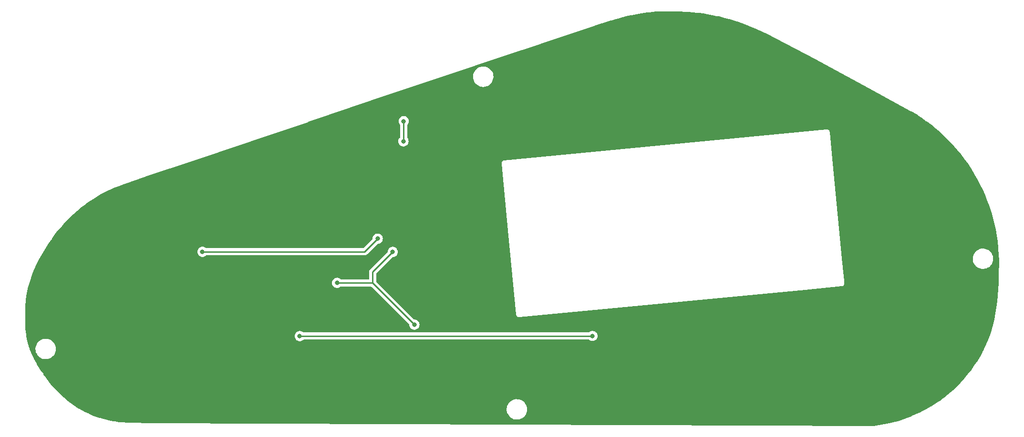
<source format=gbr>
%TF.GenerationSoftware,KiCad,Pcbnew,(6.0.1)*%
%TF.CreationDate,2022-02-21T20:45:34-05:00*%
%TF.ProjectId,uv_back,75765f62-6163-46b2-9e6b-696361645f70,rev?*%
%TF.SameCoordinates,Original*%
%TF.FileFunction,Copper,L1,Top*%
%TF.FilePolarity,Positive*%
%FSLAX46Y46*%
G04 Gerber Fmt 4.6, Leading zero omitted, Abs format (unit mm)*
G04 Created by KiCad (PCBNEW (6.0.1)) date 2022-02-21 20:45:34*
%MOMM*%
%LPD*%
G01*
G04 APERTURE LIST*
%TA.AperFunction,ViaPad*%
%ADD10C,0.800000*%
%TD*%
%TA.AperFunction,Conductor*%
%ADD11C,0.250000*%
%TD*%
G04 APERTURE END LIST*
D10*
%TO.N,GND*%
X122325000Y-103725000D03*
X114525000Y-111250000D03*
X104775000Y-97000000D03*
X77250000Y-111750000D03*
X76600000Y-99500000D03*
X111250000Y-116825000D03*
X189750000Y-123475000D03*
X90180000Y-103405000D03*
X95475000Y-93950000D03*
X73750000Y-117250000D03*
%TO.N,+9V*%
X112625000Y-97250000D03*
X117200000Y-79925000D03*
X117250000Y-76350000D03*
X81525000Y-99575000D03*
%TO.N,/VMID*%
X119150000Y-112525000D03*
X105425000Y-105100000D03*
X115300000Y-99600000D03*
%TO.N,Net-(J5-Pad2)*%
X98800000Y-114575000D03*
X150750000Y-114550000D03*
%TD*%
D11*
%TO.N,Net-(J5-Pad2)*%
X98825000Y-114550000D02*
X98800000Y-114575000D01*
X150750000Y-114550000D02*
X98825000Y-114550000D01*
%TO.N,+9V*%
X117250000Y-79875000D02*
X117200000Y-79925000D01*
X117250000Y-76350000D02*
X117250000Y-79875000D01*
%TO.N,/VMID*%
X111750000Y-103150000D02*
X115300000Y-99600000D01*
X111750000Y-105125000D02*
X119150000Y-112525000D01*
X111750000Y-105125000D02*
X111750000Y-103150000D01*
X111725000Y-105100000D02*
X111750000Y-105125000D01*
X105425000Y-105100000D02*
X111725000Y-105100000D01*
%TO.N,+9V*%
X110300000Y-99575000D02*
X112625000Y-97250000D01*
X81525000Y-99575000D02*
X110300000Y-99575000D01*
%TD*%
%TA.AperFunction,Conductor*%
%TO.N,GND*%
G36*
X164292012Y-56790711D02*
G01*
X165146000Y-56805709D01*
X165205540Y-56806755D01*
X165226766Y-56808935D01*
X165237069Y-56810886D01*
X165237071Y-56810886D01*
X165245886Y-56812555D01*
X165252146Y-56811943D01*
X165258353Y-56812963D01*
X165285485Y-56809644D01*
X165303730Y-56808748D01*
X166398920Y-56834499D01*
X166402717Y-56834647D01*
X167149786Y-56874916D01*
X167533699Y-56895611D01*
X167537513Y-56895874D01*
X167751387Y-56913924D01*
X168666209Y-56991131D01*
X168669969Y-56991507D01*
X169173638Y-57049450D01*
X169795167Y-57120952D01*
X169798958Y-57121446D01*
X170919733Y-57284973D01*
X170923508Y-57285582D01*
X171136661Y-57323319D01*
X172038861Y-57483046D01*
X172042556Y-57483758D01*
X172792658Y-57640165D01*
X173151362Y-57714960D01*
X173155092Y-57715797D01*
X174256365Y-57980531D01*
X174260068Y-57981481D01*
X175352793Y-58279502D01*
X175356466Y-58280564D01*
X176396743Y-58598488D01*
X176416551Y-58606431D01*
X176433916Y-58615170D01*
X176442743Y-58616792D01*
X176442745Y-58616793D01*
X176460034Y-58619971D01*
X176477862Y-58624617D01*
X177604740Y-59008234D01*
X177613612Y-59011632D01*
X179841992Y-59963075D01*
X179846030Y-59964884D01*
X181881359Y-60919730D01*
X181886070Y-60922061D01*
X183302206Y-61659987D01*
X190302231Y-65307590D01*
X190304074Y-65308572D01*
X199778196Y-70460917D01*
X207341166Y-74573914D01*
X207360630Y-74586982D01*
X207371269Y-74595664D01*
X207379541Y-74599161D01*
X207396026Y-74606130D01*
X207412481Y-74614559D01*
X208288070Y-75147593D01*
X208291627Y-75149841D01*
X208736231Y-75441500D01*
X209179440Y-75732245D01*
X209182954Y-75734636D01*
X210050623Y-76346659D01*
X210054031Y-76349150D01*
X210337133Y-76563497D01*
X210900574Y-76990101D01*
X210903919Y-76992724D01*
X211728323Y-77661834D01*
X211731578Y-77664568D01*
X212532949Y-78361108D01*
X212536110Y-78363950D01*
X213313565Y-79087158D01*
X213316580Y-79090058D01*
X213621754Y-79393774D01*
X214069195Y-79839077D01*
X214072156Y-79842126D01*
X214799059Y-80616081D01*
X214801913Y-80619223D01*
X214989970Y-80833500D01*
X215473001Y-81383878D01*
X215485784Y-81401239D01*
X215495683Y-81417422D01*
X215495817Y-81417544D01*
X215495914Y-81417702D01*
X215502445Y-81423624D01*
X215502445Y-81423625D01*
X215515793Y-81435730D01*
X215528555Y-81449140D01*
X216177017Y-82239429D01*
X216179681Y-82242790D01*
X216823173Y-83083841D01*
X216825721Y-83087291D01*
X217440216Y-83949756D01*
X217442645Y-83953291D01*
X218027433Y-84836177D01*
X218029740Y-84839793D01*
X218584125Y-85742044D01*
X218586308Y-85745736D01*
X219109672Y-86666346D01*
X219111728Y-86670110D01*
X219603466Y-87608019D01*
X219605392Y-87611851D01*
X220064907Y-88565918D01*
X220066702Y-88569813D01*
X220493481Y-89538969D01*
X220495143Y-89542923D01*
X220888699Y-90526067D01*
X220890225Y-90530076D01*
X221250099Y-91526064D01*
X221251487Y-91530122D01*
X221577231Y-92537711D01*
X221578481Y-92541813D01*
X221869763Y-93559970D01*
X221870872Y-93564114D01*
X222127322Y-94591557D01*
X222128290Y-94595735D01*
X222349627Y-95631327D01*
X222350452Y-95635536D01*
X222536415Y-96678063D01*
X222537096Y-96682297D01*
X222687467Y-97730535D01*
X222688004Y-97734791D01*
X222709132Y-97928866D01*
X222796479Y-98731206D01*
X222802615Y-98787571D01*
X222803004Y-98791815D01*
X222836492Y-99241118D01*
X222881716Y-99847875D01*
X222881962Y-99852156D01*
X222898856Y-100270557D01*
X222924092Y-100895536D01*
X222924687Y-100910275D01*
X222924786Y-100914537D01*
X222926356Y-101163089D01*
X222931473Y-101973491D01*
X222931428Y-101977780D01*
X222903298Y-102992034D01*
X222900854Y-103013474D01*
X222898886Y-103023221D01*
X222898886Y-103023227D01*
X222897109Y-103032027D01*
X222897874Y-103040974D01*
X222897493Y-103047657D01*
X222897519Y-103054361D01*
X222896281Y-103063253D01*
X222897588Y-103072132D01*
X222897588Y-103072135D01*
X222900321Y-103090699D01*
X222901665Y-103108731D01*
X222902549Y-103464594D01*
X222904220Y-104136883D01*
X222904181Y-104140305D01*
X222877953Y-105197989D01*
X222877762Y-105205673D01*
X222877631Y-105209083D01*
X222822162Y-106273344D01*
X222821937Y-106276774D01*
X222737456Y-107339184D01*
X222737136Y-107342606D01*
X222623719Y-108402216D01*
X222623307Y-108405628D01*
X222481025Y-109461793D01*
X222480520Y-109465193D01*
X222309480Y-110517107D01*
X222308882Y-110520491D01*
X222109222Y-111567312D01*
X222108532Y-111570680D01*
X221880384Y-112611700D01*
X221879602Y-112615046D01*
X221638573Y-113587236D01*
X221635269Y-113598347D01*
X221633535Y-113603327D01*
X221629413Y-113611297D01*
X221627693Y-113620106D01*
X221625045Y-113627712D01*
X221622905Y-113635480D01*
X221619318Y-113643707D01*
X221618184Y-113652610D01*
X221615800Y-113661263D01*
X221615654Y-113661223D01*
X221612415Y-113674778D01*
X221303184Y-114542153D01*
X221301430Y-114546783D01*
X220937182Y-115454099D01*
X220935248Y-115458656D01*
X220535633Y-116350973D01*
X220533521Y-116355451D01*
X220456270Y-116511235D01*
X220179318Y-117069735D01*
X220099162Y-117231376D01*
X220096878Y-117235762D01*
X219882085Y-117629271D01*
X219628446Y-118093944D01*
X219625989Y-118098243D01*
X219124194Y-118937376D01*
X219121570Y-118941574D01*
X218587207Y-119760332D01*
X218584420Y-119764424D01*
X218018307Y-120561553D01*
X218015362Y-120565532D01*
X217418363Y-121339817D01*
X217415263Y-121343678D01*
X216788313Y-122093906D01*
X216785064Y-122097642D01*
X216382576Y-122542518D01*
X216129121Y-122822665D01*
X216125740Y-122826257D01*
X215441810Y-123524963D01*
X215438310Y-123528402D01*
X215306838Y-123652558D01*
X214727442Y-124199715D01*
X214723777Y-124203042D01*
X213987127Y-124845876D01*
X213983333Y-124849058D01*
X213790821Y-125004163D01*
X213221981Y-125462470D01*
X213218092Y-125465480D01*
X212722103Y-125833921D01*
X212433198Y-126048531D01*
X212429166Y-126051404D01*
X212141734Y-126247882D01*
X211628087Y-126598993D01*
X211622033Y-126603131D01*
X211617901Y-126605838D01*
X210821169Y-127105698D01*
X210789677Y-127125456D01*
X210785440Y-127127999D01*
X210523602Y-127278272D01*
X209937476Y-127614658D01*
X209933135Y-127617038D01*
X209066672Y-128070029D01*
X209062240Y-128072236D01*
X208965225Y-128118197D01*
X208178651Y-128490837D01*
X208174175Y-128492850D01*
X207368549Y-128836443D01*
X207274847Y-128876406D01*
X207270256Y-128878259D01*
X206356489Y-129226214D01*
X206351888Y-129227862D01*
X205722779Y-129439520D01*
X205425229Y-129539627D01*
X205420507Y-129541114D01*
X204891613Y-129696210D01*
X204482262Y-129816250D01*
X204477508Y-129817543D01*
X203529213Y-130055599D01*
X203524411Y-130056704D01*
X202567486Y-130257325D01*
X202562626Y-130258244D01*
X201598577Y-130421115D01*
X201593711Y-130421839D01*
X200667288Y-130541137D01*
X200645403Y-130542035D01*
X200627203Y-130541196D01*
X200618824Y-130543233D01*
X200607220Y-130543768D01*
X93431649Y-130118637D01*
X72616743Y-130036071D01*
X72614756Y-130036047D01*
X68822880Y-129960712D01*
X68807801Y-129959504D01*
X68773201Y-129954624D01*
X68764316Y-129955916D01*
X68764313Y-129955916D01*
X68747799Y-129958317D01*
X68728768Y-129959625D01*
X68081074Y-129954986D01*
X68075653Y-129954830D01*
X67393314Y-129920543D01*
X67387904Y-129920155D01*
X66707598Y-129856529D01*
X66702234Y-129855909D01*
X66025349Y-129763075D01*
X66020015Y-129762227D01*
X65654285Y-129695922D01*
X65390217Y-129648048D01*
X65368859Y-129642198D01*
X65360654Y-129639153D01*
X65360649Y-129639152D01*
X65352236Y-129636030D01*
X65346458Y-129635620D01*
X65340987Y-129633728D01*
X65318018Y-129632614D01*
X65315140Y-129632474D01*
X65296316Y-129630131D01*
X64851931Y-129540424D01*
X64660688Y-129501818D01*
X64655599Y-129500680D01*
X63991145Y-129337666D01*
X63986107Y-129336319D01*
X63328943Y-129145940D01*
X63323965Y-129144385D01*
X62675275Y-128926986D01*
X62670365Y-128925227D01*
X62031193Y-128681158D01*
X62026361Y-128679197D01*
X61523122Y-128462769D01*
X61397858Y-128408896D01*
X61393130Y-128406746D01*
X60815447Y-128129437D01*
X60796487Y-128118197D01*
X60788963Y-128112795D01*
X60788964Y-128112795D01*
X60781909Y-128107730D01*
X60780848Y-128107357D01*
X60779933Y-128106706D01*
X60771717Y-128103856D01*
X60771713Y-128103854D01*
X60755527Y-128098240D01*
X60738106Y-128090683D01*
X60132646Y-127771803D01*
X60128074Y-127769272D01*
X59751092Y-127550186D01*
X135532730Y-127550186D01*
X135534479Y-127586589D01*
X135545623Y-127818605D01*
X135598050Y-128082169D01*
X135688857Y-128335089D01*
X135691074Y-128339215D01*
X135728518Y-128408901D01*
X135816051Y-128571809D01*
X135818846Y-128575552D01*
X135818848Y-128575555D01*
X135974046Y-128783390D01*
X135974051Y-128783396D01*
X135976838Y-128787128D01*
X135980147Y-128790408D01*
X135980152Y-128790414D01*
X136164367Y-128973028D01*
X136167684Y-128976316D01*
X136171446Y-128979074D01*
X136171449Y-128979077D01*
X136380631Y-129132456D01*
X136384398Y-129135218D01*
X136388529Y-129137392D01*
X136388530Y-129137392D01*
X136618084Y-129258166D01*
X136618090Y-129258168D01*
X136622219Y-129260341D01*
X136626626Y-129261880D01*
X136626633Y-129261883D01*
X136871506Y-129347396D01*
X136875922Y-129348938D01*
X136880515Y-129349810D01*
X137135345Y-129398191D01*
X137135348Y-129398191D01*
X137139934Y-129399062D01*
X137274194Y-129404337D01*
X137403786Y-129409430D01*
X137403792Y-129409430D01*
X137408454Y-129409613D01*
X137490149Y-129400666D01*
X137670932Y-129380867D01*
X137670937Y-129380866D01*
X137675585Y-129380357D01*
X137935457Y-129311938D01*
X138135012Y-129226203D01*
X138178059Y-129207709D01*
X138178062Y-129207707D01*
X138182362Y-129205860D01*
X138186342Y-129203397D01*
X138186346Y-129203395D01*
X138406892Y-129066916D01*
X138406894Y-129066914D01*
X138410875Y-129064451D01*
X138468012Y-129016081D01*
X138612404Y-128893845D01*
X138612406Y-128893843D01*
X138615977Y-128890820D01*
X138793161Y-128688780D01*
X138809776Y-128662950D01*
X138936011Y-128466695D01*
X138936013Y-128466692D01*
X138938536Y-128462769D01*
X139048907Y-128217753D01*
X139121851Y-127959115D01*
X139155764Y-127692536D01*
X139156097Y-127679847D01*
X139157771Y-127615899D01*
X139158249Y-127597647D01*
X139138334Y-127329658D01*
X139127734Y-127282811D01*
X139092127Y-127125456D01*
X139079026Y-127067557D01*
X139063210Y-127026886D01*
X138983322Y-126821453D01*
X138983321Y-126821451D01*
X138981629Y-126817100D01*
X138848282Y-126583791D01*
X138681914Y-126372755D01*
X138486181Y-126188627D01*
X138440124Y-126156676D01*
X138269224Y-126038118D01*
X138269221Y-126038116D01*
X138265382Y-126035453D01*
X138261192Y-126033387D01*
X138261189Y-126033385D01*
X138028555Y-125918663D01*
X138028552Y-125918662D01*
X138024367Y-125916598D01*
X137768432Y-125834672D01*
X137763825Y-125833922D01*
X137763822Y-125833921D01*
X137507809Y-125792227D01*
X137507810Y-125792227D01*
X137503198Y-125791476D01*
X137372896Y-125789771D01*
X137239171Y-125788020D01*
X137239168Y-125788020D01*
X137234494Y-125787959D01*
X136968221Y-125824197D01*
X136963731Y-125825506D01*
X136963725Y-125825507D01*
X136853957Y-125857502D01*
X136710229Y-125899395D01*
X136705982Y-125901353D01*
X136705979Y-125901354D01*
X136668433Y-125918663D01*
X136466185Y-126011900D01*
X136462276Y-126014463D01*
X136245365Y-126156676D01*
X136245360Y-126156680D01*
X136241452Y-126159242D01*
X136040966Y-126338183D01*
X135869131Y-126544792D01*
X135866708Y-126548785D01*
X135832084Y-126605844D01*
X135729722Y-126774530D01*
X135727915Y-126778838D01*
X135727915Y-126778839D01*
X135627895Y-127017360D01*
X135625802Y-127022351D01*
X135559654Y-127282811D01*
X135532730Y-127550186D01*
X59751092Y-127550186D01*
X59505554Y-127407490D01*
X59501113Y-127404785D01*
X58894194Y-127017356D01*
X58889832Y-127014441D01*
X58299642Y-126602090D01*
X58295400Y-126598993D01*
X57722890Y-126162388D01*
X57718780Y-126159116D01*
X57164994Y-125699050D01*
X57161024Y-125695610D01*
X56626870Y-125212841D01*
X56623047Y-125209238D01*
X56140412Y-124735017D01*
X56126091Y-124718238D01*
X56120912Y-124710967D01*
X56115705Y-124703656D01*
X56108903Y-124698295D01*
X56108300Y-124697596D01*
X56106221Y-124695505D01*
X56105524Y-124694898D01*
X56100199Y-124688061D01*
X56079033Y-124672803D01*
X56064600Y-124660658D01*
X55574350Y-124181002D01*
X55570853Y-124177442D01*
X55075374Y-123652530D01*
X55072034Y-123648847D01*
X54597808Y-123104649D01*
X54594593Y-123100807D01*
X54142416Y-122538241D01*
X54139356Y-122534276D01*
X53709865Y-121954138D01*
X53706965Y-121950053D01*
X53325424Y-121389379D01*
X53314707Y-121370235D01*
X53310938Y-121361866D01*
X53310935Y-121361861D01*
X53307248Y-121353675D01*
X53301410Y-121346851D01*
X53298808Y-121342750D01*
X53296034Y-121338857D01*
X53291918Y-121330886D01*
X53274038Y-121312119D01*
X53262032Y-121297450D01*
X52824950Y-120672904D01*
X52822070Y-120668603D01*
X52391729Y-119996520D01*
X52389027Y-119992104D01*
X52220195Y-119702925D01*
X51986621Y-119302852D01*
X51984128Y-119298373D01*
X51610387Y-118593200D01*
X51608061Y-118588586D01*
X51598656Y-118568928D01*
X51263610Y-117868678D01*
X51261473Y-117863966D01*
X50946873Y-117130493D01*
X50944931Y-117125695D01*
X50878534Y-116951466D01*
X50823093Y-116805986D01*
X51890530Y-116805986D01*
X51892279Y-116842389D01*
X51903423Y-117074405D01*
X51955850Y-117337969D01*
X52046657Y-117590889D01*
X52048874Y-117595015D01*
X52075879Y-117645273D01*
X52173851Y-117827609D01*
X52176646Y-117831352D01*
X52176648Y-117831355D01*
X52331846Y-118039190D01*
X52331851Y-118039196D01*
X52334638Y-118042928D01*
X52337947Y-118046208D01*
X52337952Y-118046214D01*
X52442290Y-118149645D01*
X52525484Y-118232116D01*
X52529246Y-118234874D01*
X52529249Y-118234877D01*
X52645684Y-118320251D01*
X52742198Y-118391018D01*
X52746329Y-118393192D01*
X52746330Y-118393192D01*
X52975884Y-118513966D01*
X52975890Y-118513968D01*
X52980019Y-118516141D01*
X52984426Y-118517680D01*
X52984433Y-118517683D01*
X53229306Y-118603196D01*
X53233722Y-118604738D01*
X53238315Y-118605610D01*
X53493145Y-118653991D01*
X53493148Y-118653991D01*
X53497734Y-118654862D01*
X53631994Y-118660137D01*
X53761586Y-118665230D01*
X53761592Y-118665230D01*
X53766254Y-118665413D01*
X53847949Y-118656466D01*
X54028732Y-118636667D01*
X54028737Y-118636666D01*
X54033385Y-118636157D01*
X54293257Y-118567738D01*
X54418416Y-118513966D01*
X54535859Y-118463509D01*
X54535862Y-118463507D01*
X54540162Y-118461660D01*
X54544142Y-118459197D01*
X54544146Y-118459195D01*
X54764692Y-118322716D01*
X54764694Y-118322714D01*
X54768675Y-118320251D01*
X54973777Y-118146620D01*
X55150961Y-117944580D01*
X55199782Y-117868680D01*
X55293811Y-117722495D01*
X55293813Y-117722492D01*
X55296336Y-117718569D01*
X55406707Y-117473553D01*
X55474383Y-117233594D01*
X55478381Y-117219419D01*
X55478382Y-117219416D01*
X55479651Y-117214915D01*
X55513564Y-116948336D01*
X55516049Y-116853447D01*
X55496134Y-116585458D01*
X55485534Y-116538611D01*
X55445820Y-116363105D01*
X55436826Y-116323357D01*
X55421010Y-116282686D01*
X55341122Y-116077253D01*
X55341121Y-116077251D01*
X55339429Y-116072900D01*
X55206082Y-115839591D01*
X55039714Y-115628555D01*
X54843981Y-115444427D01*
X54725505Y-115362237D01*
X54627024Y-115293918D01*
X54627021Y-115293916D01*
X54623182Y-115291253D01*
X54618992Y-115289187D01*
X54618989Y-115289185D01*
X54386355Y-115174463D01*
X54386352Y-115174462D01*
X54382167Y-115172398D01*
X54126232Y-115090472D01*
X54121625Y-115089722D01*
X54121622Y-115089721D01*
X53865609Y-115048027D01*
X53865610Y-115048027D01*
X53860998Y-115047276D01*
X53730696Y-115045571D01*
X53596971Y-115043820D01*
X53596968Y-115043820D01*
X53592294Y-115043759D01*
X53326021Y-115079997D01*
X53321531Y-115081306D01*
X53321525Y-115081307D01*
X53216416Y-115111944D01*
X53068029Y-115155195D01*
X53063782Y-115157153D01*
X53063779Y-115157154D01*
X53026233Y-115174463D01*
X52823985Y-115267700D01*
X52820076Y-115270263D01*
X52603165Y-115412476D01*
X52603160Y-115412480D01*
X52599252Y-115415042D01*
X52398766Y-115593983D01*
X52226931Y-115800592D01*
X52224508Y-115804585D01*
X52205492Y-115835923D01*
X52087522Y-116030330D01*
X52085715Y-116034638D01*
X52085715Y-116034639D01*
X52065699Y-116082373D01*
X51983602Y-116278151D01*
X51982451Y-116282683D01*
X51982450Y-116282686D01*
X51960079Y-116370773D01*
X51917454Y-116538611D01*
X51890530Y-116805986D01*
X50823093Y-116805986D01*
X50682259Y-116436427D01*
X50679422Y-116425315D01*
X50678744Y-116425508D01*
X50676284Y-116416876D01*
X50675072Y-116407982D01*
X50671413Y-116399786D01*
X50670078Y-116395102D01*
X50668496Y-116390505D01*
X50666810Y-116381691D01*
X50662718Y-116373707D01*
X50661709Y-116370773D01*
X50653839Y-116350494D01*
X50489561Y-115749335D01*
X50488157Y-115743687D01*
X50340436Y-115084840D01*
X50339295Y-115079134D01*
X50250487Y-114575000D01*
X97886496Y-114575000D01*
X97887186Y-114581565D01*
X97903141Y-114733365D01*
X97906458Y-114764928D01*
X97965473Y-114946556D01*
X98060960Y-115111944D01*
X98065378Y-115116851D01*
X98065379Y-115116852D01*
X98169733Y-115232749D01*
X98188747Y-115253866D01*
X98240206Y-115291253D01*
X98308839Y-115341118D01*
X98343248Y-115366118D01*
X98349276Y-115368802D01*
X98349278Y-115368803D01*
X98464642Y-115420166D01*
X98517712Y-115443794D01*
X98587632Y-115458656D01*
X98698056Y-115482128D01*
X98698061Y-115482128D01*
X98704513Y-115483500D01*
X98895487Y-115483500D01*
X98901939Y-115482128D01*
X98901944Y-115482128D01*
X99012368Y-115458656D01*
X99082288Y-115443794D01*
X99135358Y-115420166D01*
X99250722Y-115368803D01*
X99250724Y-115368802D01*
X99256752Y-115366118D01*
X99291162Y-115341118D01*
X99394906Y-115265743D01*
X99411253Y-115253866D01*
X99430271Y-115232745D01*
X99437074Y-115225189D01*
X99497520Y-115187950D01*
X99530710Y-115183500D01*
X150041800Y-115183500D01*
X150109921Y-115203502D01*
X150129147Y-115219843D01*
X150129420Y-115219540D01*
X150134332Y-115223963D01*
X150138747Y-115228866D01*
X150293248Y-115341118D01*
X150299276Y-115343802D01*
X150299278Y-115343803D01*
X150461681Y-115416109D01*
X150467712Y-115418794D01*
X150561112Y-115438647D01*
X150648056Y-115457128D01*
X150648061Y-115457128D01*
X150654513Y-115458500D01*
X150845487Y-115458500D01*
X150851939Y-115457128D01*
X150851944Y-115457128D01*
X150938888Y-115438647D01*
X151032288Y-115418794D01*
X151038319Y-115416109D01*
X151200722Y-115343803D01*
X151200724Y-115343802D01*
X151206752Y-115341118D01*
X151361253Y-115228866D01*
X151466530Y-115111944D01*
X151484621Y-115091852D01*
X151484622Y-115091851D01*
X151489040Y-115086944D01*
X151584527Y-114921556D01*
X151643542Y-114739928D01*
X151663504Y-114550000D01*
X151648625Y-114408437D01*
X151644232Y-114366635D01*
X151644232Y-114366633D01*
X151643542Y-114360072D01*
X151584527Y-114178444D01*
X151489040Y-114013056D01*
X151416288Y-113932256D01*
X151365675Y-113876045D01*
X151365674Y-113876044D01*
X151361253Y-113871134D01*
X151246503Y-113787763D01*
X151212094Y-113762763D01*
X151212093Y-113762762D01*
X151206752Y-113758882D01*
X151200724Y-113756198D01*
X151200722Y-113756197D01*
X151038319Y-113683891D01*
X151038318Y-113683891D01*
X151032288Y-113681206D01*
X150938276Y-113661223D01*
X150851944Y-113642872D01*
X150851939Y-113642872D01*
X150845487Y-113641500D01*
X150654513Y-113641500D01*
X150648061Y-113642872D01*
X150648056Y-113642872D01*
X150561724Y-113661223D01*
X150467712Y-113681206D01*
X150461682Y-113683891D01*
X150461681Y-113683891D01*
X150299278Y-113756197D01*
X150299276Y-113756198D01*
X150293248Y-113758882D01*
X150287907Y-113762762D01*
X150287906Y-113762763D01*
X150253497Y-113787763D01*
X150138747Y-113871134D01*
X150134332Y-113876037D01*
X150129420Y-113880460D01*
X150128295Y-113879211D01*
X150074986Y-113912051D01*
X150041800Y-113916500D01*
X99480224Y-113916500D01*
X99412103Y-113896498D01*
X99406163Y-113892436D01*
X99405909Y-113892251D01*
X99256752Y-113783882D01*
X99250724Y-113781198D01*
X99250722Y-113781197D01*
X99088319Y-113708891D01*
X99088318Y-113708891D01*
X99082288Y-113706206D01*
X98977305Y-113683891D01*
X98901944Y-113667872D01*
X98901939Y-113667872D01*
X98895487Y-113666500D01*
X98704513Y-113666500D01*
X98698061Y-113667872D01*
X98698056Y-113667872D01*
X98622695Y-113683891D01*
X98517712Y-113706206D01*
X98511682Y-113708891D01*
X98511681Y-113708891D01*
X98349278Y-113781197D01*
X98349276Y-113781198D01*
X98343248Y-113783882D01*
X98188747Y-113896134D01*
X98184326Y-113901044D01*
X98184325Y-113901045D01*
X98078322Y-114018774D01*
X98060960Y-114038056D01*
X97965473Y-114203444D01*
X97906458Y-114385072D01*
X97905768Y-114391633D01*
X97905768Y-114391635D01*
X97889948Y-114542153D01*
X97886496Y-114575000D01*
X50250487Y-114575000D01*
X50222159Y-114414191D01*
X50221282Y-114408437D01*
X50134976Y-113738800D01*
X50134365Y-113733013D01*
X50100108Y-113316118D01*
X50079067Y-113060046D01*
X50078726Y-113054253D01*
X50077260Y-113013292D01*
X50056095Y-112422252D01*
X50057278Y-112399951D01*
X50059725Y-112382801D01*
X50059329Y-112380046D01*
X50059693Y-112377284D01*
X50057850Y-112365367D01*
X50055378Y-112349390D01*
X50053904Y-112331582D01*
X50051845Y-112153444D01*
X50042323Y-111329974D01*
X50042324Y-111327004D01*
X50043535Y-111227869D01*
X50055016Y-110287324D01*
X50055089Y-110284344D01*
X50092485Y-109245358D01*
X50092628Y-109242366D01*
X50150841Y-108269186D01*
X50152841Y-108257722D01*
X50152219Y-108257632D01*
X50153504Y-108248748D01*
X50156036Y-108240137D01*
X50156049Y-108231164D01*
X50156971Y-108224790D01*
X50157510Y-108218377D01*
X50159522Y-108209629D01*
X50158998Y-108200667D01*
X50159512Y-108194552D01*
X50160347Y-108176553D01*
X50276063Y-107416334D01*
X50276901Y-107411471D01*
X50432673Y-106602480D01*
X50433701Y-106597653D01*
X50621032Y-105795385D01*
X50622248Y-105790603D01*
X50812307Y-105100000D01*
X104511496Y-105100000D01*
X104512186Y-105106565D01*
X104522603Y-105205673D01*
X104531458Y-105289928D01*
X104590473Y-105471556D01*
X104593776Y-105477278D01*
X104593777Y-105477279D01*
X104622700Y-105527375D01*
X104685960Y-105636944D01*
X104813747Y-105778866D01*
X104968248Y-105891118D01*
X104974276Y-105893802D01*
X104974278Y-105893803D01*
X105136681Y-105966109D01*
X105142712Y-105968794D01*
X105236113Y-105988647D01*
X105323056Y-106007128D01*
X105323061Y-106007128D01*
X105329513Y-106008500D01*
X105520487Y-106008500D01*
X105526939Y-106007128D01*
X105526944Y-106007128D01*
X105613887Y-105988647D01*
X105707288Y-105968794D01*
X105713319Y-105966109D01*
X105875722Y-105893803D01*
X105875724Y-105893802D01*
X105881752Y-105891118D01*
X106036253Y-105778866D01*
X106040668Y-105773963D01*
X106045580Y-105769540D01*
X106046705Y-105770789D01*
X106100014Y-105737949D01*
X106133200Y-105733500D01*
X111410406Y-105733500D01*
X111478527Y-105753502D01*
X111499501Y-105770405D01*
X118202878Y-112473782D01*
X118236904Y-112536094D01*
X118239092Y-112549703D01*
X118256458Y-112714928D01*
X118315473Y-112896556D01*
X118410960Y-113061944D01*
X118538747Y-113203866D01*
X118693248Y-113316118D01*
X118699276Y-113318802D01*
X118699278Y-113318803D01*
X118861681Y-113391109D01*
X118867712Y-113393794D01*
X118961112Y-113413647D01*
X119048056Y-113432128D01*
X119048061Y-113432128D01*
X119054513Y-113433500D01*
X119245487Y-113433500D01*
X119251939Y-113432128D01*
X119251944Y-113432128D01*
X119338887Y-113413647D01*
X119432288Y-113393794D01*
X119438319Y-113391109D01*
X119600722Y-113318803D01*
X119600724Y-113318802D01*
X119606752Y-113316118D01*
X119761253Y-113203866D01*
X119889040Y-113061944D01*
X119984527Y-112896556D01*
X120043542Y-112714928D01*
X120063504Y-112525000D01*
X120049269Y-112389563D01*
X120044232Y-112341635D01*
X120044232Y-112341633D01*
X120043542Y-112335072D01*
X119984527Y-112153444D01*
X119889040Y-111988056D01*
X119761253Y-111846134D01*
X119606752Y-111733882D01*
X119600724Y-111731198D01*
X119600722Y-111731197D01*
X119438319Y-111658891D01*
X119438318Y-111658891D01*
X119432288Y-111656206D01*
X119338887Y-111636353D01*
X119251944Y-111617872D01*
X119251939Y-111617872D01*
X119245487Y-111616500D01*
X119189595Y-111616500D01*
X119121474Y-111596498D01*
X119100500Y-111579595D01*
X112420405Y-104899500D01*
X112386379Y-104837188D01*
X112383500Y-104810405D01*
X112383500Y-103464594D01*
X112403502Y-103396473D01*
X112420405Y-103375499D01*
X115250499Y-100545405D01*
X115312811Y-100511379D01*
X115339594Y-100508500D01*
X115395487Y-100508500D01*
X115401939Y-100507128D01*
X115401944Y-100507128D01*
X115488888Y-100488647D01*
X115582288Y-100468794D01*
X115605555Y-100458435D01*
X115750722Y-100393803D01*
X115750724Y-100393802D01*
X115756752Y-100391118D01*
X115791162Y-100366118D01*
X115870193Y-100308698D01*
X115911253Y-100278866D01*
X115915675Y-100273955D01*
X116034621Y-100141852D01*
X116034622Y-100141851D01*
X116039040Y-100136944D01*
X116108842Y-100016044D01*
X116131223Y-99977279D01*
X116131224Y-99977278D01*
X116134527Y-99971556D01*
X116193542Y-99789928D01*
X116196183Y-99764806D01*
X116212814Y-99606565D01*
X116213504Y-99600000D01*
X116193542Y-99410072D01*
X116134527Y-99228444D01*
X116126708Y-99214900D01*
X116072877Y-99121663D01*
X116039040Y-99063056D01*
X116021679Y-99043774D01*
X115915675Y-98926045D01*
X115915674Y-98926044D01*
X115911253Y-98921134D01*
X115756752Y-98808882D01*
X115750724Y-98806198D01*
X115750722Y-98806197D01*
X115588319Y-98733891D01*
X115588318Y-98733891D01*
X115582288Y-98731206D01*
X115477305Y-98708891D01*
X115401944Y-98692872D01*
X115401939Y-98692872D01*
X115395487Y-98691500D01*
X115204513Y-98691500D01*
X115198061Y-98692872D01*
X115198056Y-98692872D01*
X115122695Y-98708891D01*
X115017712Y-98731206D01*
X115011682Y-98733891D01*
X115011681Y-98733891D01*
X114849278Y-98806197D01*
X114849276Y-98806198D01*
X114843248Y-98808882D01*
X114688747Y-98921134D01*
X114684326Y-98926044D01*
X114684325Y-98926045D01*
X114578322Y-99043774D01*
X114560960Y-99063056D01*
X114527123Y-99121663D01*
X114473293Y-99214900D01*
X114465473Y-99228444D01*
X114406458Y-99410072D01*
X114393006Y-99538066D01*
X114389093Y-99575293D01*
X114362080Y-99640950D01*
X114352878Y-99651218D01*
X111357747Y-102646348D01*
X111349461Y-102653888D01*
X111342982Y-102658000D01*
X111337557Y-102663777D01*
X111296357Y-102707651D01*
X111293602Y-102710493D01*
X111273865Y-102730230D01*
X111271385Y-102733427D01*
X111263682Y-102742447D01*
X111233414Y-102774679D01*
X111229595Y-102781625D01*
X111229593Y-102781628D01*
X111223652Y-102792434D01*
X111212801Y-102808953D01*
X111200386Y-102824959D01*
X111197241Y-102832228D01*
X111197238Y-102832232D01*
X111182826Y-102865537D01*
X111177609Y-102876187D01*
X111156305Y-102914940D01*
X111154334Y-102922615D01*
X111154334Y-102922616D01*
X111151267Y-102934562D01*
X111144863Y-102953266D01*
X111136819Y-102971855D01*
X111135580Y-102979678D01*
X111135577Y-102979688D01*
X111129901Y-103015524D01*
X111127495Y-103027144D01*
X111122229Y-103047657D01*
X111116500Y-103069970D01*
X111116500Y-103090224D01*
X111114949Y-103109934D01*
X111111780Y-103129943D01*
X111112526Y-103137835D01*
X111115941Y-103173961D01*
X111116500Y-103185819D01*
X111116500Y-104340500D01*
X111096498Y-104408621D01*
X111042842Y-104455114D01*
X110990500Y-104466500D01*
X106133200Y-104466500D01*
X106065079Y-104446498D01*
X106045853Y-104430157D01*
X106045580Y-104430460D01*
X106040668Y-104426037D01*
X106036253Y-104421134D01*
X105881752Y-104308882D01*
X105875724Y-104306198D01*
X105875722Y-104306197D01*
X105713319Y-104233891D01*
X105713318Y-104233891D01*
X105707288Y-104231206D01*
X105613888Y-104211353D01*
X105526944Y-104192872D01*
X105526939Y-104192872D01*
X105520487Y-104191500D01*
X105329513Y-104191500D01*
X105323061Y-104192872D01*
X105323056Y-104192872D01*
X105236112Y-104211353D01*
X105142712Y-104231206D01*
X105136682Y-104233891D01*
X105136681Y-104233891D01*
X104974278Y-104306197D01*
X104974276Y-104306198D01*
X104968248Y-104308882D01*
X104813747Y-104421134D01*
X104685960Y-104563056D01*
X104590473Y-104728444D01*
X104531458Y-104910072D01*
X104511496Y-105100000D01*
X50812307Y-105100000D01*
X50840846Y-104996302D01*
X50842248Y-104991570D01*
X50976623Y-104568774D01*
X51091799Y-104206387D01*
X51093381Y-104201729D01*
X51112100Y-104149952D01*
X51253838Y-103757886D01*
X51373469Y-103426971D01*
X51375237Y-103422364D01*
X51685455Y-102659151D01*
X51687402Y-102654617D01*
X52027273Y-101904125D01*
X52029397Y-101899670D01*
X52398383Y-101163089D01*
X52400679Y-101158721D01*
X52798238Y-100437130D01*
X52800704Y-100432855D01*
X53203644Y-99764806D01*
X53216538Y-99747112D01*
X53228523Y-99733358D01*
X53232285Y-99725206D01*
X53234765Y-99721375D01*
X53237050Y-99717402D01*
X53242586Y-99710330D01*
X53252474Y-99685553D01*
X53260613Y-99668855D01*
X53315274Y-99575000D01*
X80611496Y-99575000D01*
X80612186Y-99581565D01*
X80630077Y-99751785D01*
X80631458Y-99764928D01*
X80690473Y-99946556D01*
X80785960Y-100111944D01*
X80790378Y-100116851D01*
X80790379Y-100116852D01*
X80872452Y-100208003D01*
X80913747Y-100253866D01*
X81068248Y-100366118D01*
X81074276Y-100368802D01*
X81074278Y-100368803D01*
X81218142Y-100432855D01*
X81242712Y-100443794D01*
X81336113Y-100463647D01*
X81423056Y-100482128D01*
X81423061Y-100482128D01*
X81429513Y-100483500D01*
X81620487Y-100483500D01*
X81626939Y-100482128D01*
X81626944Y-100482128D01*
X81713887Y-100463647D01*
X81807288Y-100443794D01*
X81831858Y-100432855D01*
X81975722Y-100368803D01*
X81975724Y-100368802D01*
X81981752Y-100366118D01*
X82136253Y-100253866D01*
X82140668Y-100248963D01*
X82145580Y-100244540D01*
X82146705Y-100245789D01*
X82200014Y-100212949D01*
X82233200Y-100208500D01*
X110221233Y-100208500D01*
X110232416Y-100209027D01*
X110239909Y-100210702D01*
X110247835Y-100210453D01*
X110247836Y-100210453D01*
X110307986Y-100208562D01*
X110311945Y-100208500D01*
X110339856Y-100208500D01*
X110343791Y-100208003D01*
X110343856Y-100207995D01*
X110355693Y-100207062D01*
X110387951Y-100206048D01*
X110391970Y-100205922D01*
X110399889Y-100205673D01*
X110419343Y-100200021D01*
X110438700Y-100196013D01*
X110450930Y-100194468D01*
X110450931Y-100194468D01*
X110458797Y-100193474D01*
X110466168Y-100190555D01*
X110466170Y-100190555D01*
X110499912Y-100177196D01*
X110511142Y-100173351D01*
X110545983Y-100163229D01*
X110545984Y-100163229D01*
X110553593Y-100161018D01*
X110560412Y-100156985D01*
X110560417Y-100156983D01*
X110571028Y-100150707D01*
X110588776Y-100142012D01*
X110607617Y-100134552D01*
X110643387Y-100108564D01*
X110653307Y-100102048D01*
X110684535Y-100083580D01*
X110684538Y-100083578D01*
X110691362Y-100079542D01*
X110705683Y-100065221D01*
X110720717Y-100052380D01*
X110730694Y-100045131D01*
X110737107Y-100040472D01*
X110765298Y-100006395D01*
X110773288Y-99997616D01*
X112575499Y-98195405D01*
X112637811Y-98161379D01*
X112664594Y-98158500D01*
X112720487Y-98158500D01*
X112726939Y-98157128D01*
X112726944Y-98157128D01*
X112813888Y-98138647D01*
X112907288Y-98118794D01*
X113051042Y-98054791D01*
X113075722Y-98043803D01*
X113075724Y-98043802D01*
X113081752Y-98041118D01*
X113236253Y-97928866D01*
X113364040Y-97786944D01*
X113459527Y-97621556D01*
X113518542Y-97439928D01*
X113538504Y-97250000D01*
X113518542Y-97060072D01*
X113459527Y-96878444D01*
X113364040Y-96713056D01*
X113236253Y-96571134D01*
X113110719Y-96479928D01*
X113087094Y-96462763D01*
X113087093Y-96462762D01*
X113081752Y-96458882D01*
X113075724Y-96456198D01*
X113075722Y-96456197D01*
X112913319Y-96383891D01*
X112913318Y-96383891D01*
X112907288Y-96381206D01*
X112813888Y-96361353D01*
X112726944Y-96342872D01*
X112726939Y-96342872D01*
X112720487Y-96341500D01*
X112529513Y-96341500D01*
X112523061Y-96342872D01*
X112523056Y-96342872D01*
X112436113Y-96361353D01*
X112342712Y-96381206D01*
X112336682Y-96383891D01*
X112336681Y-96383891D01*
X112174278Y-96456197D01*
X112174276Y-96456198D01*
X112168248Y-96458882D01*
X112162907Y-96462762D01*
X112162906Y-96462763D01*
X112139281Y-96479928D01*
X112013747Y-96571134D01*
X111885960Y-96713056D01*
X111790473Y-96878444D01*
X111731458Y-97060072D01*
X111730768Y-97066633D01*
X111730768Y-97066635D01*
X111714093Y-97225293D01*
X111687080Y-97290950D01*
X111677878Y-97301218D01*
X110074500Y-98904595D01*
X110012188Y-98938621D01*
X109985405Y-98941500D01*
X82233200Y-98941500D01*
X82165079Y-98921498D01*
X82145853Y-98905157D01*
X82145580Y-98905460D01*
X82140668Y-98901037D01*
X82136253Y-98896134D01*
X82021503Y-98812763D01*
X81987094Y-98787763D01*
X81987093Y-98787762D01*
X81981752Y-98783882D01*
X81975724Y-98781198D01*
X81975722Y-98781197D01*
X81813319Y-98708891D01*
X81813318Y-98708891D01*
X81807288Y-98706206D01*
X81713888Y-98686353D01*
X81626944Y-98667872D01*
X81626939Y-98667872D01*
X81620487Y-98666500D01*
X81429513Y-98666500D01*
X81423061Y-98667872D01*
X81423056Y-98667872D01*
X81336112Y-98686353D01*
X81242712Y-98706206D01*
X81236682Y-98708891D01*
X81236681Y-98708891D01*
X81074278Y-98781197D01*
X81074276Y-98781198D01*
X81068248Y-98783882D01*
X81062907Y-98787762D01*
X81062906Y-98787763D01*
X81028497Y-98812763D01*
X80913747Y-98896134D01*
X80909326Y-98901044D01*
X80909325Y-98901045D01*
X80796306Y-99026566D01*
X80785960Y-99038056D01*
X80782659Y-99043774D01*
X80709425Y-99170619D01*
X80690473Y-99203444D01*
X80631458Y-99385072D01*
X80630768Y-99391633D01*
X80630768Y-99391635D01*
X80615378Y-99538066D01*
X80611496Y-99575000D01*
X53315274Y-99575000D01*
X53725439Y-98870738D01*
X53727743Y-98866937D01*
X54239925Y-98054791D01*
X54242362Y-98051075D01*
X54782833Y-97257550D01*
X54785399Y-97253921D01*
X55353535Y-96479928D01*
X55356227Y-96476392D01*
X55951332Y-95722883D01*
X55954148Y-95719445D01*
X56575408Y-94987451D01*
X56578343Y-94984113D01*
X57225078Y-94274434D01*
X57228129Y-94271203D01*
X57899461Y-93584804D01*
X57902624Y-93581682D01*
X58597758Y-92919374D01*
X58601030Y-92916365D01*
X59319082Y-92278991D01*
X59322457Y-92276100D01*
X60062532Y-91664453D01*
X60066007Y-91661682D01*
X60827224Y-91076492D01*
X60830795Y-91073846D01*
X61612164Y-90515875D01*
X61615826Y-90513357D01*
X62416360Y-89983308D01*
X62420108Y-89980920D01*
X63201169Y-89502505D01*
X63220544Y-89492821D01*
X63229638Y-89489216D01*
X63229643Y-89489213D01*
X63237987Y-89485905D01*
X63252755Y-89474397D01*
X63270772Y-89462680D01*
X64301275Y-88911481D01*
X64306725Y-88908735D01*
X65716610Y-88240895D01*
X65726297Y-88236793D01*
X66916706Y-87790389D01*
X66918269Y-87789814D01*
X67486684Y-87585185D01*
X68813401Y-87107566D01*
X68815739Y-87106752D01*
X72873442Y-85737277D01*
X72873499Y-85737258D01*
X78575520Y-83815857D01*
X134625921Y-83815857D01*
X134626727Y-83824795D01*
X134629008Y-83850107D01*
X134629052Y-83850910D01*
X134628987Y-83852012D01*
X134629273Y-83854980D01*
X134629273Y-83854984D01*
X134631968Y-83882966D01*
X134632039Y-83883734D01*
X134638308Y-83953291D01*
X134638983Y-83960784D01*
X134639494Y-83962085D01*
X134639713Y-83963405D01*
X135864403Y-96682297D01*
X137213786Y-110696167D01*
X137219795Y-110758577D01*
X137219856Y-110759233D01*
X137226818Y-110836481D01*
X137230101Y-110844837D01*
X137230102Y-110844840D01*
X137237619Y-110863970D01*
X137242788Y-110880316D01*
X137249756Y-110909009D01*
X137254234Y-110916781D01*
X137254236Y-110916786D01*
X137262559Y-110931230D01*
X137270655Y-110948051D01*
X137280032Y-110971917D01*
X137285523Y-110979009D01*
X137285525Y-110979012D01*
X137298110Y-110995265D01*
X137307658Y-111009501D01*
X137322403Y-111035092D01*
X137328885Y-111041297D01*
X137328888Y-111041301D01*
X137340928Y-111052827D01*
X137353420Y-111066700D01*
X137369118Y-111086974D01*
X137376385Y-111092244D01*
X137376386Y-111092245D01*
X137393020Y-111104308D01*
X137406176Y-111115289D01*
X137421030Y-111129508D01*
X137421034Y-111129511D01*
X137427517Y-111135717D01*
X137450279Y-111147541D01*
X137466161Y-111157351D01*
X137486916Y-111172402D01*
X137514731Y-111182334D01*
X137530435Y-111189179D01*
X137548682Y-111198658D01*
X137548685Y-111198659D01*
X137556649Y-111202796D01*
X137565453Y-111204531D01*
X137565455Y-111204532D01*
X137581808Y-111207755D01*
X137599808Y-111212713D01*
X137615505Y-111218318D01*
X137615511Y-111218319D01*
X137623957Y-111221335D01*
X137653441Y-111223061D01*
X137670440Y-111225224D01*
X137699417Y-111230935D01*
X137724141Y-111228707D01*
X137733670Y-111227848D01*
X137734472Y-111227804D01*
X137735572Y-111227869D01*
X137766700Y-111224871D01*
X137766808Y-111224861D01*
X137844344Y-111217874D01*
X137845650Y-111217361D01*
X137846966Y-111217143D01*
X188476744Y-106342049D01*
X195001660Y-105713771D01*
X195002428Y-105713700D01*
X195070682Y-105707549D01*
X195079625Y-105706743D01*
X195107123Y-105695939D01*
X195123457Y-105690773D01*
X195152153Y-105683804D01*
X195159929Y-105679324D01*
X195159933Y-105679322D01*
X195174363Y-105671007D01*
X195191193Y-105662907D01*
X195206705Y-105656813D01*
X195206710Y-105656810D01*
X195215061Y-105653529D01*
X195238417Y-105635444D01*
X195252645Y-105625902D01*
X195270462Y-105615636D01*
X195278236Y-105611157D01*
X195295966Y-105592636D01*
X195309839Y-105580145D01*
X195323020Y-105569940D01*
X195323025Y-105569935D01*
X195330118Y-105564443D01*
X195347457Y-105540534D01*
X195358440Y-105527375D01*
X195378861Y-105506043D01*
X195382998Y-105498079D01*
X195390682Y-105483287D01*
X195400495Y-105467400D01*
X195410272Y-105453918D01*
X195410274Y-105453915D01*
X195415546Y-105446645D01*
X195425479Y-105418826D01*
X195432324Y-105403123D01*
X195441802Y-105384878D01*
X195441803Y-105384875D01*
X195445940Y-105376911D01*
X195450899Y-105351752D01*
X195455858Y-105333750D01*
X195461460Y-105318060D01*
X195461461Y-105318057D01*
X195464479Y-105309604D01*
X195466205Y-105280120D01*
X195468368Y-105263119D01*
X195472344Y-105242946D01*
X195474079Y-105234143D01*
X195470992Y-105199888D01*
X195470948Y-105199087D01*
X195471013Y-105197989D01*
X195470728Y-105195028D01*
X195470727Y-105195011D01*
X195468043Y-105167137D01*
X195467972Y-105166373D01*
X195461373Y-105093150D01*
X195461372Y-105093144D01*
X195461018Y-105089216D01*
X195460505Y-105087911D01*
X195460286Y-105086586D01*
X195427907Y-104750311D01*
X195043028Y-100753186D01*
X218275877Y-100753186D01*
X218277626Y-100789589D01*
X218288770Y-101021605D01*
X218341197Y-101285169D01*
X218432004Y-101538089D01*
X218434221Y-101542215D01*
X218461226Y-101592473D01*
X218559198Y-101774809D01*
X218561993Y-101778552D01*
X218561995Y-101778555D01*
X218717193Y-101986390D01*
X218717198Y-101986396D01*
X218719985Y-101990128D01*
X218723294Y-101993408D01*
X218723299Y-101993414D01*
X218827637Y-102096845D01*
X218910831Y-102179316D01*
X218914593Y-102182074D01*
X218914596Y-102182077D01*
X219031031Y-102267451D01*
X219127545Y-102338218D01*
X219131676Y-102340392D01*
X219131677Y-102340392D01*
X219361231Y-102461166D01*
X219361237Y-102461168D01*
X219365366Y-102463341D01*
X219369773Y-102464880D01*
X219369780Y-102464883D01*
X219614653Y-102550396D01*
X219619069Y-102551938D01*
X219623662Y-102552810D01*
X219878492Y-102601191D01*
X219878495Y-102601191D01*
X219883081Y-102602062D01*
X220017341Y-102607337D01*
X220146933Y-102612430D01*
X220146939Y-102612430D01*
X220151601Y-102612613D01*
X220233296Y-102603666D01*
X220414079Y-102583867D01*
X220414084Y-102583866D01*
X220418732Y-102583357D01*
X220678604Y-102514938D01*
X220803763Y-102461166D01*
X220921206Y-102410709D01*
X220921209Y-102410707D01*
X220925509Y-102408860D01*
X220929489Y-102406397D01*
X220929493Y-102406395D01*
X221150039Y-102269916D01*
X221150041Y-102269914D01*
X221154022Y-102267451D01*
X221359124Y-102093820D01*
X221536308Y-101891780D01*
X221611547Y-101774809D01*
X221679158Y-101669695D01*
X221679160Y-101669692D01*
X221681683Y-101665769D01*
X221792054Y-101420753D01*
X221864998Y-101162115D01*
X221890034Y-100965313D01*
X221898513Y-100898666D01*
X221898513Y-100898662D01*
X221898911Y-100895536D01*
X221901396Y-100800647D01*
X221887557Y-100614414D01*
X221881827Y-100537310D01*
X221881826Y-100537306D01*
X221881481Y-100532658D01*
X221875705Y-100507128D01*
X221837227Y-100337086D01*
X221822173Y-100270557D01*
X221815682Y-100253866D01*
X221726469Y-100024453D01*
X221726468Y-100024451D01*
X221724776Y-100020100D01*
X221591429Y-99786791D01*
X221504799Y-99676902D01*
X221427953Y-99579423D01*
X221427950Y-99579420D01*
X221425061Y-99575755D01*
X221229328Y-99391627D01*
X221008529Y-99238453D01*
X221004339Y-99236387D01*
X221004336Y-99236385D01*
X220771702Y-99121663D01*
X220771699Y-99121662D01*
X220767514Y-99119598D01*
X220511579Y-99037672D01*
X220506972Y-99036922D01*
X220506969Y-99036921D01*
X220250956Y-98995227D01*
X220250957Y-98995227D01*
X220246345Y-98994476D01*
X220116043Y-98992771D01*
X219982318Y-98991020D01*
X219982315Y-98991020D01*
X219977641Y-98990959D01*
X219711368Y-99027197D01*
X219706878Y-99028506D01*
X219706872Y-99028507D01*
X219605180Y-99058148D01*
X219453376Y-99102395D01*
X219449129Y-99104353D01*
X219449126Y-99104354D01*
X219411580Y-99121663D01*
X219209332Y-99214900D01*
X219205423Y-99217463D01*
X218988512Y-99359676D01*
X218988507Y-99359680D01*
X218984599Y-99362242D01*
X218784113Y-99541183D01*
X218612278Y-99747792D01*
X218609855Y-99751785D01*
X218488192Y-99952279D01*
X218472869Y-99977530D01*
X218471062Y-99981838D01*
X218471062Y-99981839D01*
X218374150Y-100212949D01*
X218368949Y-100225351D01*
X218367798Y-100229883D01*
X218367797Y-100229886D01*
X218363758Y-100245789D01*
X218302801Y-100485811D01*
X218275877Y-100753186D01*
X195043028Y-100753186D01*
X193418639Y-83883271D01*
X192880211Y-78291484D01*
X192880140Y-78290716D01*
X192873989Y-78222462D01*
X192873183Y-78213519D01*
X192862379Y-78186021D01*
X192857213Y-78169687D01*
X192850244Y-78140991D01*
X192845764Y-78133215D01*
X192845762Y-78133211D01*
X192837447Y-78118781D01*
X192829347Y-78101951D01*
X192823253Y-78086439D01*
X192823250Y-78086434D01*
X192819969Y-78078083D01*
X192801884Y-78054727D01*
X192792342Y-78040499D01*
X192782076Y-78022682D01*
X192777597Y-78014908D01*
X192759076Y-77997178D01*
X192746585Y-77983305D01*
X192736380Y-77970124D01*
X192736375Y-77970119D01*
X192730883Y-77963026D01*
X192723620Y-77957759D01*
X192723618Y-77957757D01*
X192706974Y-77945687D01*
X192693815Y-77934704D01*
X192678966Y-77920489D01*
X192678965Y-77920489D01*
X192672483Y-77914283D01*
X192649724Y-77902461D01*
X192633842Y-77892651D01*
X192620352Y-77882868D01*
X192613085Y-77877598D01*
X192604629Y-77874579D01*
X192604628Y-77874578D01*
X192585264Y-77867663D01*
X192569557Y-77860818D01*
X192543351Y-77847205D01*
X192534546Y-77845469D01*
X192534545Y-77845469D01*
X192518199Y-77842247D01*
X192500197Y-77837289D01*
X192487787Y-77832858D01*
X192476044Y-77828665D01*
X192449311Y-77827100D01*
X192446561Y-77826939D01*
X192429558Y-77824776D01*
X192409386Y-77820800D01*
X192409385Y-77820800D01*
X192400583Y-77819065D01*
X192371967Y-77821644D01*
X192366333Y-77822152D01*
X192365531Y-77822196D01*
X192364429Y-77822131D01*
X192361449Y-77822418D01*
X192361447Y-77822418D01*
X192333531Y-77825105D01*
X192332770Y-77825176D01*
X192294065Y-77828665D01*
X192255656Y-77832127D01*
X192254353Y-77832639D01*
X192253040Y-77832857D01*
X135098206Y-83336242D01*
X135097623Y-83336296D01*
X135020375Y-83343258D01*
X135012019Y-83346541D01*
X135012016Y-83346542D01*
X134992886Y-83354059D01*
X134976540Y-83359228D01*
X134960509Y-83363121D01*
X134947847Y-83366196D01*
X134940075Y-83370674D01*
X134940070Y-83370676D01*
X134925626Y-83378999D01*
X134908805Y-83387095D01*
X134884939Y-83396472D01*
X134877847Y-83401963D01*
X134877844Y-83401965D01*
X134861591Y-83414550D01*
X134847354Y-83424098D01*
X134821764Y-83438843D01*
X134815559Y-83445325D01*
X134815555Y-83445328D01*
X134804029Y-83457368D01*
X134790156Y-83469860D01*
X134769882Y-83485558D01*
X134764612Y-83492825D01*
X134764611Y-83492826D01*
X134752548Y-83509460D01*
X134741567Y-83522616D01*
X134727350Y-83537468D01*
X134727347Y-83537472D01*
X134721139Y-83543957D01*
X134709315Y-83566720D01*
X134699503Y-83582605D01*
X134684454Y-83603356D01*
X134681437Y-83611806D01*
X134681435Y-83611809D01*
X134674520Y-83631174D01*
X134667676Y-83646878D01*
X134654061Y-83673089D01*
X134649100Y-83698259D01*
X134644146Y-83716242D01*
X134635521Y-83740397D01*
X134634997Y-83749355D01*
X134634996Y-83749358D01*
X134633795Y-83769880D01*
X134631632Y-83786882D01*
X134625921Y-83815857D01*
X78575520Y-83815857D01*
X90122173Y-79925000D01*
X116286496Y-79925000D01*
X116306458Y-80114928D01*
X116365473Y-80296556D01*
X116460960Y-80461944D01*
X116588747Y-80603866D01*
X116743248Y-80716118D01*
X116749276Y-80718802D01*
X116749278Y-80718803D01*
X116911681Y-80791109D01*
X116917712Y-80793794D01*
X117011112Y-80813647D01*
X117098056Y-80832128D01*
X117098061Y-80832128D01*
X117104513Y-80833500D01*
X117295487Y-80833500D01*
X117301939Y-80832128D01*
X117301944Y-80832128D01*
X117388888Y-80813647D01*
X117482288Y-80793794D01*
X117488319Y-80791109D01*
X117650722Y-80718803D01*
X117650724Y-80718802D01*
X117656752Y-80716118D01*
X117811253Y-80603866D01*
X117939040Y-80461944D01*
X118034527Y-80296556D01*
X118093542Y-80114928D01*
X118113504Y-79925000D01*
X118093542Y-79735072D01*
X118034527Y-79553444D01*
X117939040Y-79388056D01*
X117934620Y-79383147D01*
X117934617Y-79383143D01*
X117915865Y-79362317D01*
X117885147Y-79298310D01*
X117883500Y-79278006D01*
X117883500Y-77052524D01*
X117903502Y-76984403D01*
X117915858Y-76968221D01*
X117989040Y-76886944D01*
X118084527Y-76721556D01*
X118143542Y-76539928D01*
X118163504Y-76350000D01*
X118143542Y-76160072D01*
X118084527Y-75978444D01*
X117989040Y-75813056D01*
X117918431Y-75734636D01*
X117865675Y-75676045D01*
X117865674Y-75676044D01*
X117861253Y-75671134D01*
X117706752Y-75558882D01*
X117700724Y-75556198D01*
X117700722Y-75556197D01*
X117538319Y-75483891D01*
X117538318Y-75483891D01*
X117532288Y-75481206D01*
X117438888Y-75461353D01*
X117351944Y-75442872D01*
X117351939Y-75442872D01*
X117345487Y-75441500D01*
X117154513Y-75441500D01*
X117148061Y-75442872D01*
X117148056Y-75442872D01*
X117061112Y-75461353D01*
X116967712Y-75481206D01*
X116961682Y-75483891D01*
X116961681Y-75483891D01*
X116799278Y-75556197D01*
X116799276Y-75556198D01*
X116793248Y-75558882D01*
X116638747Y-75671134D01*
X116634326Y-75676044D01*
X116634325Y-75676045D01*
X116581570Y-75734636D01*
X116510960Y-75813056D01*
X116415473Y-75978444D01*
X116356458Y-76160072D01*
X116336496Y-76350000D01*
X116356458Y-76539928D01*
X116415473Y-76721556D01*
X116510960Y-76886944D01*
X116584137Y-76968215D01*
X116614853Y-77032221D01*
X116616500Y-77052524D01*
X116616500Y-79166945D01*
X116596498Y-79235066D01*
X116584136Y-79251255D01*
X116516500Y-79326373D01*
X116460960Y-79388056D01*
X116365473Y-79553444D01*
X116306458Y-79735072D01*
X116286496Y-79925000D01*
X90122173Y-79925000D01*
X96165408Y-77888621D01*
X96165576Y-77888564D01*
X100217110Y-76529666D01*
X100218176Y-76529350D01*
X100219369Y-76529139D01*
X100222499Y-76528069D01*
X100222506Y-76528067D01*
X100255026Y-76516951D01*
X100255671Y-76516732D01*
X100288625Y-76505679D01*
X100289715Y-76505131D01*
X100290771Y-76504731D01*
X115190349Y-71411508D01*
X115190833Y-71411344D01*
X124176293Y-68393586D01*
X129563730Y-68393586D01*
X129565479Y-68429989D01*
X129576623Y-68662005D01*
X129629050Y-68925569D01*
X129719857Y-69178489D01*
X129722074Y-69182615D01*
X129749079Y-69232873D01*
X129847051Y-69415209D01*
X129849846Y-69418952D01*
X129849848Y-69418955D01*
X130005046Y-69626790D01*
X130005051Y-69626796D01*
X130007838Y-69630528D01*
X130011147Y-69633808D01*
X130011152Y-69633814D01*
X130115490Y-69737245D01*
X130198684Y-69819716D01*
X130202446Y-69822474D01*
X130202449Y-69822477D01*
X130318884Y-69907851D01*
X130415398Y-69978618D01*
X130419529Y-69980792D01*
X130419530Y-69980792D01*
X130649084Y-70101566D01*
X130649090Y-70101568D01*
X130653219Y-70103741D01*
X130657626Y-70105280D01*
X130657633Y-70105283D01*
X130902506Y-70190796D01*
X130906922Y-70192338D01*
X130911515Y-70193210D01*
X131166345Y-70241591D01*
X131166348Y-70241591D01*
X131170934Y-70242462D01*
X131305194Y-70247737D01*
X131434786Y-70252830D01*
X131434792Y-70252830D01*
X131439454Y-70253013D01*
X131521149Y-70244066D01*
X131701932Y-70224267D01*
X131701937Y-70224266D01*
X131706585Y-70223757D01*
X131966457Y-70155338D01*
X132091616Y-70101566D01*
X132209059Y-70051109D01*
X132209062Y-70051107D01*
X132213362Y-70049260D01*
X132217342Y-70046797D01*
X132217346Y-70046795D01*
X132437892Y-69910316D01*
X132437894Y-69910314D01*
X132441875Y-69907851D01*
X132646977Y-69734220D01*
X132824161Y-69532180D01*
X132899400Y-69415209D01*
X132967011Y-69310095D01*
X132967013Y-69310092D01*
X132969536Y-69306169D01*
X133079907Y-69061153D01*
X133152851Y-68802515D01*
X133186764Y-68535936D01*
X133189249Y-68441047D01*
X133169334Y-68173058D01*
X133158734Y-68126211D01*
X133125080Y-67977486D01*
X133110026Y-67910957D01*
X133094210Y-67870286D01*
X133014322Y-67664853D01*
X133014321Y-67664851D01*
X133012629Y-67660500D01*
X132879282Y-67427191D01*
X132712914Y-67216155D01*
X132517181Y-67032027D01*
X132296382Y-66878853D01*
X132292192Y-66876787D01*
X132292189Y-66876785D01*
X132059555Y-66762063D01*
X132059552Y-66762062D01*
X132055367Y-66759998D01*
X131799432Y-66678072D01*
X131794825Y-66677322D01*
X131794822Y-66677321D01*
X131538809Y-66635627D01*
X131538810Y-66635627D01*
X131534198Y-66634876D01*
X131403896Y-66633171D01*
X131270171Y-66631420D01*
X131270168Y-66631420D01*
X131265494Y-66631359D01*
X130999221Y-66667597D01*
X130994731Y-66668906D01*
X130994725Y-66668907D01*
X130884957Y-66700902D01*
X130741229Y-66742795D01*
X130736982Y-66744753D01*
X130736979Y-66744754D01*
X130699433Y-66762063D01*
X130497185Y-66855300D01*
X130493276Y-66857863D01*
X130276365Y-67000076D01*
X130276360Y-67000080D01*
X130272452Y-67002642D01*
X130071966Y-67181583D01*
X129900131Y-67388192D01*
X129897708Y-67392185D01*
X129878692Y-67423523D01*
X129760722Y-67617930D01*
X129758915Y-67622238D01*
X129758915Y-67622239D01*
X129738899Y-67669973D01*
X129656802Y-67865751D01*
X129590654Y-68126211D01*
X129563730Y-68393586D01*
X124176293Y-68393586D01*
X135380740Y-64630583D01*
X135381334Y-64630385D01*
X141438735Y-62636491D01*
X141440327Y-62636027D01*
X141442050Y-62635728D01*
X141477145Y-62623852D01*
X141477986Y-62623571D01*
X141505929Y-62614373D01*
X141505930Y-62614373D01*
X141510182Y-62612973D01*
X141511734Y-62612203D01*
X141513334Y-62611605D01*
X144355305Y-61649873D01*
X148157678Y-60363139D01*
X148158355Y-60362912D01*
X150998787Y-59424556D01*
X150999630Y-59424280D01*
X151115148Y-59387047D01*
X154021417Y-58450316D01*
X154041389Y-58445634D01*
X154062363Y-58442490D01*
X154070505Y-58438724D01*
X154070507Y-58438723D01*
X154088473Y-58430412D01*
X154104951Y-58424149D01*
X154943805Y-58170858D01*
X154946224Y-58170154D01*
X155622826Y-57980531D01*
X155827124Y-57923275D01*
X155829535Y-57922625D01*
X156715231Y-57693401D01*
X156717676Y-57692794D01*
X157558189Y-57493106D01*
X157580487Y-57489879D01*
X157596672Y-57489001D01*
X157600238Y-57487745D01*
X157604009Y-57487485D01*
X157625245Y-57479654D01*
X157644595Y-57474227D01*
X158544253Y-57297866D01*
X158547993Y-57297192D01*
X159493724Y-57141256D01*
X159497483Y-57140694D01*
X159899965Y-57086743D01*
X160447550Y-57013342D01*
X160451289Y-57012898D01*
X160849671Y-56971683D01*
X161404750Y-56914258D01*
X161408535Y-56913924D01*
X162061138Y-56866247D01*
X162364525Y-56844083D01*
X162368297Y-56843865D01*
X163193990Y-56808533D01*
X163325983Y-56802885D01*
X163329782Y-56802780D01*
X163513162Y-56800469D01*
X164288228Y-56790702D01*
X164292012Y-56790711D01*
G37*
%TD.AperFunction*%
%TD*%
M02*

</source>
